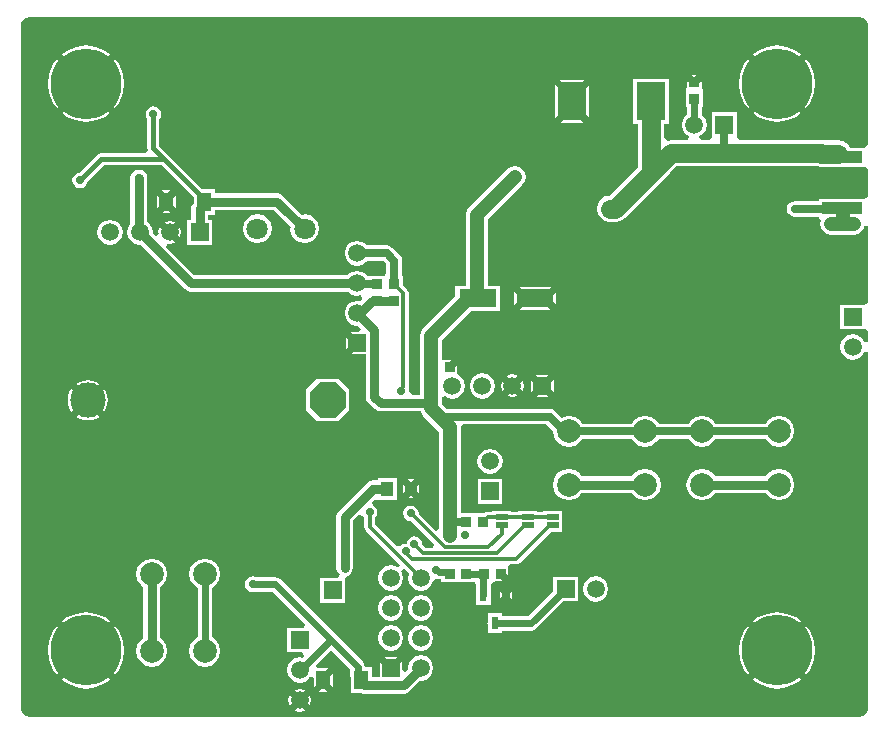
<source format=gbl>
G04*
G04 #@! TF.GenerationSoftware,Altium Limited,Altium Designer,20.0.10 (225)*
G04*
G04 Layer_Physical_Order=2*
G04 Layer_Color=11367680*
%FSLAX44Y44*%
%MOMM*%
G71*
G01*
G75*
%ADD45R,0.8500X0.8500*%
%ADD46R,0.8500X0.8500*%
%ADD57R,0.6000X1.1000*%
%ADD64R,3.1500X1.6000*%
%ADD66C,0.6000*%
%ADD67C,0.3000*%
%ADD68C,0.7000*%
%ADD69C,0.8000*%
%ADD71C,1.2000*%
%ADD73C,0.4000*%
%ADD74C,1.6000*%
%ADD75R,1.5000X1.5000*%
%ADD76C,1.5000*%
%ADD77R,1.5000X1.5000*%
%ADD78C,6.0000*%
%ADD79C,2.0000*%
%ADD80C,1.8000*%
%ADD81C,3.0000*%
%ADD82P,3.2472X8X202.5*%
%ADD83C,0.7000*%
%ADD84R,1.2000X1.6000*%
%ADD85R,1.0000X1.2500*%
%ADD86R,2.4500X3.2000*%
%ADD87R,3.3500X1.0000*%
%ADD88R,1.0000X0.5000*%
G36*
X715000Y595812D02*
X717224Y595369D01*
X719109Y594109D01*
X720369Y592224D01*
X720812Y590000D01*
X720922D01*
Y487750D01*
X717922Y485750D01*
X705889D01*
X703931Y488680D01*
X700292Y491112D01*
X696000Y491965D01*
X682328D01*
X681071Y492215D01*
X611627D01*
X609900Y494500D01*
Y515500D01*
X588900D01*
Y494500D01*
X587173Y492215D01*
X579516D01*
X578219Y494993D01*
X578256Y495215D01*
X581570Y497430D01*
X583891Y500903D01*
X584706Y505000D01*
X583891Y509097D01*
X581570Y512570D01*
X580118Y513541D01*
Y519750D01*
X581250D01*
Y532164D01*
X581250Y534250D01*
X580250Y536836D01*
Y543008D01*
X576121Y538879D01*
X574000Y541000D01*
X571879Y538879D01*
X567750Y543007D01*
Y536836D01*
X566750Y534250D01*
X566750Y532164D01*
Y519750D01*
X567882D01*
Y513541D01*
X566430Y512570D01*
X564109Y509097D01*
X563294Y505000D01*
X564109Y500903D01*
X566430Y497430D01*
X569744Y495215D01*
X569781Y494993D01*
X568484Y492215D01*
X554000D01*
X551716Y491761D01*
X548716Y494032D01*
Y506000D01*
X552750D01*
Y544000D01*
X522250D01*
Y506000D01*
X526284D01*
Y469146D01*
X502194Y445055D01*
X498708Y444362D01*
X495070Y441931D01*
X492638Y438292D01*
X491785Y434000D01*
X492638Y429708D01*
X495070Y426069D01*
X498708Y423638D01*
X503000Y422785D01*
X507000D01*
X511292Y423638D01*
X514930Y426069D01*
X553420Y464559D01*
X558646Y469785D01*
X679250D01*
Y469750D01*
X680238D01*
X681321Y469534D01*
X696000D01*
X697083Y469750D01*
X717922D01*
X718750Y469750D01*
X720922Y467750D01*
Y444250D01*
X717922Y442250D01*
X679250D01*
Y440627D01*
X659000D01*
X656464Y440123D01*
X654314Y438686D01*
X652877Y436536D01*
X652373Y434000D01*
X652877Y431464D01*
X654314Y429314D01*
X656464Y427877D01*
X659000Y427373D01*
X679250D01*
Y426250D01*
X679350D01*
X681271Y423250D01*
X680824Y421000D01*
X681522Y417488D01*
X683511Y414511D01*
X686488Y412522D01*
X690000Y411824D01*
X709000D01*
X712512Y412522D01*
X715489Y414511D01*
X717478Y417488D01*
X717922Y419720D01*
X720922Y419424D01*
Y354296D01*
X717922Y352900D01*
X697500D01*
Y331900D01*
X717922D01*
X718500Y331900D01*
X720922Y330504D01*
Y321237D01*
X717922Y320942D01*
X717891Y321097D01*
X715570Y324570D01*
X712097Y326891D01*
X708000Y327706D01*
X703903Y326891D01*
X700430Y324570D01*
X698109Y321097D01*
X697294Y317000D01*
X698109Y312903D01*
X700430Y309430D01*
X703903Y307109D01*
X708000Y306294D01*
X712097Y307109D01*
X715570Y309430D01*
X717891Y312903D01*
X717922Y313058D01*
X720922Y312763D01*
X720922Y10000D01*
X720812D01*
X720369Y7776D01*
X719109Y5890D01*
X717224Y4631D01*
X715000Y4188D01*
Y4078D01*
X10000D01*
Y4188D01*
X7776Y4631D01*
X5890Y5890D01*
X4631Y7776D01*
X4188Y10000D01*
X4078D01*
X4078Y587000D01*
X4188Y590000D01*
Y590000D01*
X4941Y592688D01*
X5890Y594109D01*
X7776Y595369D01*
X10000Y595812D01*
Y595922D01*
X715000D01*
Y595812D01*
D02*
G37*
%LPC*%
G36*
X576007Y547250D02*
X571992D01*
X574000Y545243D01*
X576007Y547250D01*
D02*
G37*
G36*
X644000Y572276D02*
X635646Y571176D01*
X627862Y567952D01*
X623578Y564665D01*
X644000Y544243D01*
X664422Y564665D01*
X660138Y567952D01*
X652354Y571176D01*
X644000Y572276D01*
D02*
G37*
G36*
X59000D02*
X50646Y571176D01*
X42862Y567952D01*
X38578Y564665D01*
X59000Y544243D01*
X79422Y564665D01*
X75138Y567952D01*
X67354Y571176D01*
X59000Y572276D01*
D02*
G37*
G36*
X480508Y543000D02*
X460493D01*
X470500Y532993D01*
X480508Y543000D01*
D02*
G37*
G36*
X668665Y560422D02*
X648243Y540000D01*
X668665Y519578D01*
X671952Y523862D01*
X675176Y531646D01*
X676276Y540000D01*
X675176Y548354D01*
X671952Y556138D01*
X668665Y560422D01*
D02*
G37*
G36*
X83665D02*
X63243Y540000D01*
X83665Y519578D01*
X86952Y523862D01*
X90176Y531646D01*
X91276Y540000D01*
X90176Y548354D01*
X86952Y556138D01*
X83665Y560422D01*
D02*
G37*
G36*
X619335D02*
X616048Y556138D01*
X612824Y548354D01*
X611724Y540000D01*
X612824Y531646D01*
X616048Y523862D01*
X619335Y519578D01*
X639757Y540000D01*
X619335Y560422D01*
D02*
G37*
G36*
X34335D02*
X31048Y556138D01*
X27824Y548354D01*
X26724Y540000D01*
X27824Y531646D01*
X31048Y523862D01*
X34335Y519578D01*
X54757Y540000D01*
X34335Y560422D01*
D02*
G37*
G36*
X456250Y538757D02*
Y511242D01*
X468379Y523371D01*
X470500Y521250D01*
X472621Y523371D01*
X484750Y511243D01*
Y538757D01*
X472621Y526629D01*
X470500Y528750D01*
X468379Y526629D01*
X456250Y538757D01*
D02*
G37*
G36*
X644000Y535757D02*
X623578Y515335D01*
X627862Y512048D01*
X635646Y508824D01*
X644000Y507724D01*
X652354Y508824D01*
X660138Y512048D01*
X664422Y515335D01*
X644000Y535757D01*
D02*
G37*
G36*
X59000D02*
X38578Y515335D01*
X42862Y512048D01*
X50646Y508824D01*
X59000Y507724D01*
X67354Y508824D01*
X75138Y512048D01*
X79422Y515335D01*
X59000Y535757D01*
D02*
G37*
G36*
X470500Y517007D02*
X460493Y507000D01*
X480507D01*
X470500Y517007D01*
D02*
G37*
G36*
X130758Y450000D02*
X123243D01*
X127000Y446243D01*
X130758Y450000D01*
D02*
G37*
G36*
X127000Y442000D02*
X125000Y440000D01*
X127000Y438000D01*
X129000Y440000D01*
X127000Y442000D01*
D02*
G37*
G36*
X135000Y445757D02*
X129243Y440000D01*
X135000Y434243D01*
Y445757D01*
D02*
G37*
G36*
X119000Y445757D02*
Y434243D01*
X124757Y440000D01*
X119000Y445757D01*
D02*
G37*
G36*
X127000Y433757D02*
X123243Y430000D01*
X130757D01*
X127000Y433757D01*
D02*
G37*
G36*
X130000Y423686D02*
X126293Y422949D01*
X125694Y422548D01*
X130000Y418242D01*
X134306Y422548D01*
X133707Y422949D01*
X130000Y423686D01*
D02*
G37*
G36*
X138548Y418306D02*
X134243Y414000D01*
X138548Y409694D01*
X138949Y410293D01*
X139686Y414000D01*
X138949Y417707D01*
X138548Y418306D01*
D02*
G37*
G36*
X116000Y520627D02*
X113464Y520123D01*
X111314Y518686D01*
X109877Y516536D01*
X109373Y514000D01*
X109877Y511464D01*
X110902Y509930D01*
Y485000D01*
X111081Y484098D01*
X109551Y481576D01*
X108986Y481098D01*
X72000D01*
X70049Y480710D01*
X68395Y479605D01*
X53273Y464483D01*
X51464Y464123D01*
X49314Y462686D01*
X47877Y460536D01*
X47373Y458000D01*
X47877Y455464D01*
X49314Y453314D01*
X51464Y451877D01*
X54000Y451373D01*
X56536Y451877D01*
X58686Y453314D01*
X60123Y455464D01*
X60483Y457273D01*
X74112Y470902D01*
X122888D01*
X150000Y443790D01*
Y438918D01*
X148806Y437131D01*
X148263Y434400D01*
Y424500D01*
X144900D01*
Y403500D01*
X165900D01*
Y424500D01*
X162537D01*
Y429000D01*
X168000D01*
Y432863D01*
X218044D01*
X232120Y418786D01*
X231765Y417000D01*
X232696Y412318D01*
X235348Y408349D01*
X239318Y405696D01*
X244000Y404765D01*
X248682Y405696D01*
X252652Y408349D01*
X255304Y412318D01*
X256235Y417000D01*
X255304Y421682D01*
X252652Y425652D01*
X248682Y428304D01*
X244000Y429235D01*
X242214Y428880D01*
X226047Y445047D01*
X223731Y446594D01*
X221000Y447137D01*
X168000D01*
Y451000D01*
X157210D01*
X128605Y479605D01*
X121098Y487112D01*
Y509930D01*
X122123Y511464D01*
X122627Y514000D01*
X122123Y516536D01*
X120686Y518686D01*
X118536Y520123D01*
X116000Y520627D01*
D02*
G37*
G36*
X204000Y429235D02*
X199318Y428304D01*
X195348Y425652D01*
X192696Y421682D01*
X191765Y417000D01*
X192696Y412318D01*
X195348Y408349D01*
X199318Y405696D01*
X204000Y404765D01*
X208682Y405696D01*
X212652Y408349D01*
X215304Y412318D01*
X216235Y417000D01*
X215304Y421682D01*
X212652Y425652D01*
X208682Y428304D01*
X204000Y429235D01*
D02*
G37*
G36*
X79200Y424706D02*
X75103Y423891D01*
X71630Y421570D01*
X69309Y418097D01*
X68494Y414000D01*
X69309Y409903D01*
X71630Y406430D01*
X75103Y404109D01*
X79200Y403294D01*
X83297Y404109D01*
X86770Y406430D01*
X89091Y409903D01*
X89906Y414000D01*
X89091Y418097D01*
X86770Y421570D01*
X83297Y423891D01*
X79200Y424706D01*
D02*
G37*
G36*
X457250Y363757D02*
X451493Y358000D01*
X457250Y352243D01*
Y363757D01*
D02*
G37*
G36*
X421750Y363757D02*
Y352243D01*
X427507Y358000D01*
X421750Y363757D01*
D02*
G37*
G36*
X453007Y368000D02*
X425993D01*
X433871Y360121D01*
X431750Y358000D01*
X433871Y355879D01*
X425993Y348000D01*
X453007D01*
X445129Y355879D01*
X447250Y358000D01*
X445129Y360121D01*
X453007Y368000D01*
D02*
G37*
G36*
X279140Y325345D02*
Y314831D01*
X284397Y320088D01*
X279140Y325345D01*
D02*
G37*
G36*
X450658Y293500D02*
X440143D01*
X445400Y288243D01*
X450658Y293500D01*
D02*
G37*
G36*
X420000Y293686D02*
X416293Y292949D01*
X415694Y292549D01*
X420000Y288243D01*
X424306Y292548D01*
X423707Y292949D01*
X420000Y293686D01*
D02*
G37*
G36*
X428549Y288306D02*
X424243Y284000D01*
X428548Y279694D01*
X428949Y280293D01*
X429686Y284000D01*
X428949Y287707D01*
X428549Y288306D01*
D02*
G37*
G36*
X411451Y288306D02*
X411051Y287707D01*
X410314Y284000D01*
X411051Y280293D01*
X411452Y279694D01*
X415757Y284000D01*
X411451Y288306D01*
D02*
G37*
G36*
X454900Y289257D02*
X449643Y284000D01*
X454900Y278743D01*
Y289257D01*
D02*
G37*
G36*
X435900Y289257D02*
Y278743D01*
X441157Y284000D01*
X435900Y289257D01*
D02*
G37*
G36*
X422000Y470176D02*
X418488Y469478D01*
X415511Y467489D01*
X383511Y435489D01*
X381522Y432512D01*
X380824Y429000D01*
Y371000D01*
Y369000D01*
X371750D01*
Y359977D01*
X344511Y332739D01*
X342522Y329762D01*
X341824Y326250D01*
Y276637D01*
X334904D01*
X332555Y279637D01*
X332627Y280000D01*
X332201Y282143D01*
X332338Y282832D01*
Y362250D01*
X331989Y364006D01*
X330994Y365494D01*
X327250Y369239D01*
Y377250D01*
X326627D01*
Y390000D01*
X326123Y392536D01*
X324686Y394686D01*
X318398Y400974D01*
X316248Y402411D01*
X313712Y402915D01*
X296840D01*
X296210Y403858D01*
X292737Y406179D01*
X288640Y406994D01*
X284543Y406179D01*
X281070Y403858D01*
X278749Y400385D01*
X277934Y396288D01*
X278749Y392191D01*
X281070Y388718D01*
X284543Y386397D01*
X288640Y385582D01*
X292737Y386397D01*
X296210Y388718D01*
X296840Y389661D01*
X310967D01*
X313373Y387255D01*
Y379785D01*
X312250Y377250D01*
X297750D01*
X296210Y378458D01*
X292737Y380779D01*
X288640Y381594D01*
X284543Y380779D01*
X281070Y378458D01*
X280781Y378025D01*
X150668D01*
X126802Y401891D01*
X128280Y404656D01*
X130000Y404314D01*
X133707Y405051D01*
X134306Y405452D01*
X127879Y411879D01*
X130000Y414000D01*
D01*
X127879Y411879D01*
X121452Y418306D01*
X121051Y417707D01*
X120314Y414000D01*
X120656Y412280D01*
X117891Y410802D01*
X115204Y413489D01*
X115306Y414000D01*
X114491Y418097D01*
X112170Y421570D01*
X110887Y422427D01*
Y460000D01*
X110344Y462731D01*
X108797Y465047D01*
X106481Y466594D01*
X103750Y467137D01*
X101019Y466594D01*
X98703Y465047D01*
X97156Y462731D01*
X96613Y460000D01*
Y420946D01*
X94709Y418097D01*
X93894Y414000D01*
X94709Y409903D01*
X97030Y406430D01*
X100503Y404109D01*
X104600Y403294D01*
X105111Y403396D01*
X142665Y365841D01*
X144981Y364294D01*
X147712Y363751D01*
X280781D01*
X281070Y363318D01*
X284543Y360997D01*
X288640Y360182D01*
X291452Y360742D01*
X292930Y357977D01*
X290731Y355778D01*
X288640Y356194D01*
X284543Y355379D01*
X281070Y353058D01*
X278749Y349585D01*
X277934Y345488D01*
X278749Y341391D01*
X281070Y337918D01*
X284543Y335597D01*
X288640Y334782D01*
X289151Y334884D01*
X291675Y332360D01*
X290527Y329588D01*
X283383D01*
X290761Y322209D01*
X288640Y320088D01*
X290761Y317967D01*
X283383Y310588D01*
X296003D01*
Y275704D01*
X295863Y275000D01*
X296406Y272269D01*
X297953Y269953D01*
X303453Y264453D01*
X305769Y262906D01*
X308500Y262363D01*
X342348D01*
X342522Y261488D01*
X344511Y258511D01*
X357824Y245199D01*
Y170000D01*
Y162585D01*
X355052Y161437D01*
X340604Y175884D01*
X340627Y176000D01*
X340123Y178536D01*
X338686Y180686D01*
X336536Y182123D01*
X334000Y182627D01*
X331464Y182123D01*
X329314Y180686D01*
X327877Y178536D01*
X327373Y176000D01*
X327877Y173464D01*
X329314Y171314D01*
X331464Y169877D01*
X334000Y169373D01*
X334116Y169396D01*
X353652Y149860D01*
X352504Y147088D01*
X346400D01*
X343582Y149907D01*
X343600Y150000D01*
X343096Y152536D01*
X341659Y154686D01*
X339509Y156123D01*
X336973Y156627D01*
X334437Y156123D01*
X332286Y154686D01*
X330850Y152536D01*
X330418Y150364D01*
X329850Y150477D01*
X327314Y149973D01*
X325163Y148536D01*
X325111Y148457D01*
X322125Y148163D01*
X303588Y166700D01*
Y172248D01*
X303686Y172314D01*
X305123Y174464D01*
X305627Y177000D01*
X305123Y179536D01*
X303686Y181686D01*
X302089Y182753D01*
X301397Y185104D01*
X301361Y185618D01*
X303592Y187876D01*
X306000Y187750D01*
Y187750D01*
X322000D01*
Y206250D01*
X306000D01*
Y204137D01*
X302000D01*
X299269Y203594D01*
X296953Y202047D01*
X272953Y178047D01*
X271406Y175731D01*
X270863Y173000D01*
Y130000D01*
X271406Y127269D01*
X272953Y124953D01*
X273632Y124500D01*
X272722Y121500D01*
X257500D01*
Y100500D01*
X278500D01*
Y119937D01*
X278500Y121500D01*
X280712Y123402D01*
X280731Y123406D01*
X283047Y124953D01*
X284594Y127269D01*
X285137Y130000D01*
Y170044D01*
X289775Y174682D01*
X290896Y174603D01*
X293247Y173911D01*
X294314Y172314D01*
X294412Y172248D01*
Y164800D01*
X294761Y163044D01*
X295756Y161556D01*
X325062Y132249D01*
X323149Y129919D01*
X321097Y131291D01*
X317000Y132106D01*
X312903Y131291D01*
X309430Y128970D01*
X307109Y125497D01*
X306294Y121400D01*
X307109Y117303D01*
X309430Y113830D01*
X312903Y111509D01*
X317000Y110694D01*
X321097Y111509D01*
X324570Y113830D01*
X326891Y117303D01*
X327706Y121400D01*
X326891Y125497D01*
X325519Y127549D01*
X327850Y129462D01*
X332394Y124917D01*
X331694Y121400D01*
X332509Y117303D01*
X334830Y113830D01*
X338303Y111509D01*
X342400Y110694D01*
X346497Y111509D01*
X349970Y113830D01*
X352291Y117303D01*
X352575Y118730D01*
X354411Y120183D01*
X355180Y120598D01*
X357521Y120133D01*
X359750D01*
Y117750D01*
X388250D01*
X389383Y115219D01*
Y107000D01*
X389500Y106409D01*
Y98500D01*
X401500D01*
Y106409D01*
X401618Y107000D01*
Y115211D01*
X403250Y117750D01*
X405836Y118750D01*
X412007D01*
X407879Y122879D01*
X412121Y127121D01*
X416250Y122992D01*
Y129912D01*
X416250Y131250D01*
X418562Y132912D01*
X423000D01*
X424756Y133261D01*
X426244Y134256D01*
X452489Y160500D01*
X462000D01*
Y167500D01*
Y178500D01*
X446000D01*
Y177588D01*
X441000D01*
Y178500D01*
X425000D01*
Y177588D01*
X419000D01*
Y178500D01*
X403000D01*
Y177588D01*
X399000D01*
X397244Y177239D01*
X395764Y176250D01*
X376176D01*
Y249000D01*
X376166Y249054D01*
X378069Y251373D01*
X448737D01*
X454306Y245804D01*
X454245Y245500D01*
X455254Y240428D01*
X458128Y236127D01*
X462428Y233254D01*
X467500Y232245D01*
X472572Y233254D01*
X476872Y236127D01*
X478707Y238873D01*
X521293D01*
X523128Y236127D01*
X527428Y233254D01*
X532500Y232245D01*
X537572Y233254D01*
X541872Y236127D01*
X543707Y238873D01*
X569293D01*
X571128Y236127D01*
X575428Y233254D01*
X580500Y232245D01*
X585572Y233254D01*
X589873Y236127D01*
X591707Y238873D01*
X634293D01*
X636128Y236127D01*
X640428Y233254D01*
X645500Y232245D01*
X650572Y233254D01*
X654873Y236127D01*
X657746Y240428D01*
X658755Y245500D01*
X657746Y250572D01*
X654873Y254872D01*
X650572Y257746D01*
X645500Y258755D01*
X640428Y257746D01*
X636128Y254872D01*
X634293Y252127D01*
X591707D01*
X589873Y254872D01*
X585572Y257746D01*
X580500Y258755D01*
X575428Y257746D01*
X571128Y254872D01*
X569293Y252127D01*
X543707D01*
X541872Y254872D01*
X537572Y257746D01*
X532500Y258755D01*
X527428Y257746D01*
X523128Y254872D01*
X521293Y252127D01*
X478707D01*
X476872Y254872D01*
X472572Y257746D01*
X467500Y258755D01*
X462428Y257746D01*
X461637Y257218D01*
X456169Y262686D01*
X454019Y264123D01*
X451482Y264627D01*
X364350D01*
X360176Y268801D01*
Y273793D01*
X360585Y274190D01*
X363176Y275397D01*
X365103Y274109D01*
X369200Y273294D01*
X373297Y274109D01*
X376770Y276430D01*
X379091Y279903D01*
X379906Y284000D01*
X379091Y288097D01*
X376770Y291570D01*
X373297Y293891D01*
X373250Y293900D01*
Y302008D01*
X369121Y297879D01*
X364879Y302121D01*
X369007Y306250D01*
X360750D01*
X360176Y309012D01*
Y322449D01*
X384727Y347000D01*
X409250D01*
Y369000D01*
X399176D01*
Y371000D01*
Y425199D01*
X428489Y454511D01*
X430478Y457488D01*
X431176Y461000D01*
X430478Y464512D01*
X428489Y467489D01*
X425512Y469478D01*
X422000Y470176D01*
D02*
G37*
G36*
X60485Y289147D02*
X56047Y288562D01*
X51912Y286849D01*
X50761Y285966D01*
X60485Y276243D01*
X70209Y285967D01*
X69058Y286849D01*
X64923Y288562D01*
X60485Y289147D01*
D02*
G37*
G36*
X445400Y279757D02*
X440143Y274500D01*
X450657D01*
X445400Y279757D01*
D02*
G37*
G36*
X420000D02*
X415694Y275452D01*
X416293Y275051D01*
X420000Y274314D01*
X423707Y275051D01*
X424306Y275452D01*
X420000Y279757D01*
D02*
G37*
G36*
X394600Y294706D02*
X390503Y293891D01*
X387030Y291570D01*
X384709Y288097D01*
X383894Y284000D01*
X384709Y279903D01*
X387030Y276430D01*
X390503Y274109D01*
X394600Y273294D01*
X398697Y274109D01*
X402170Y276430D01*
X404491Y279903D01*
X405306Y284000D01*
X404491Y288097D01*
X402170Y291570D01*
X398697Y293891D01*
X394600Y294706D01*
D02*
G37*
G36*
X46518Y281724D02*
X45635Y280573D01*
X43923Y276438D01*
X43338Y272000D01*
X43923Y267562D01*
X45635Y263427D01*
X46518Y262276D01*
X56242Y272000D01*
X46518Y281724D01*
D02*
G37*
G36*
X74451Y281724D02*
X64728Y272000D01*
X74451Y262276D01*
X75334Y263427D01*
X77047Y267562D01*
X77632Y272000D01*
X77047Y276438D01*
X75334Y280573D01*
X74451Y281724D01*
D02*
G37*
G36*
X60485Y267757D02*
X50761Y258034D01*
X51912Y257150D01*
X56047Y255438D01*
X60485Y254853D01*
X64923Y255438D01*
X69058Y257150D01*
X70209Y258033D01*
X60485Y267757D01*
D02*
G37*
G36*
X272515Y290000D02*
X254515D01*
X245515Y281000D01*
Y263000D01*
X254515Y254000D01*
X272515D01*
X281515Y263000D01*
Y281000D01*
X272515Y290000D01*
D02*
G37*
G36*
X401000Y230706D02*
X396903Y229891D01*
X393430Y227570D01*
X391109Y224097D01*
X390294Y220000D01*
X391109Y215903D01*
X393430Y212430D01*
X396903Y210109D01*
X401000Y209294D01*
X405097Y210109D01*
X408570Y212430D01*
X410891Y215903D01*
X411706Y220000D01*
X410891Y224097D01*
X408570Y227570D01*
X405097Y229891D01*
X401000Y230706D01*
D02*
G37*
G36*
X645500Y213755D02*
X640428Y212746D01*
X636128Y209872D01*
X634634Y207637D01*
X591366D01*
X589873Y209872D01*
X585572Y212746D01*
X580500Y213755D01*
X575428Y212746D01*
X571128Y209872D01*
X568254Y205572D01*
X567245Y200500D01*
X568254Y195428D01*
X571128Y191127D01*
X575428Y188254D01*
X580500Y187245D01*
X585572Y188254D01*
X589873Y191127D01*
X591366Y193363D01*
X634634D01*
X636128Y191127D01*
X640428Y188254D01*
X645500Y187245D01*
X650572Y188254D01*
X654873Y191127D01*
X657746Y195428D01*
X658755Y200500D01*
X657746Y205572D01*
X654873Y209872D01*
X650572Y212746D01*
X645500Y213755D01*
D02*
G37*
G36*
X532500D02*
X527428Y212746D01*
X523128Y209872D01*
X521634Y207637D01*
X478366D01*
X476872Y209872D01*
X472572Y212746D01*
X467500Y213755D01*
X462428Y212746D01*
X458128Y209872D01*
X455254Y205572D01*
X454245Y200500D01*
X455254Y195428D01*
X458128Y191127D01*
X462428Y188254D01*
X467500Y187245D01*
X472572Y188254D01*
X476872Y191127D01*
X478366Y193363D01*
X521634D01*
X523128Y191127D01*
X527428Y188254D01*
X532500Y187245D01*
X537572Y188254D01*
X541872Y191127D01*
X544746Y195428D01*
X545755Y200500D01*
X544746Y205572D01*
X541872Y209872D01*
X537572Y212746D01*
X532500Y213755D01*
D02*
G37*
G36*
X336757Y205250D02*
X331243D01*
X334000Y202493D01*
X336757Y205250D01*
D02*
G37*
G36*
X334000Y198250D02*
X332750Y197000D01*
X334000Y195750D01*
X335250Y197000D01*
X334000Y198250D01*
D02*
G37*
G36*
X327000Y201007D02*
Y192993D01*
X331007Y197000D01*
X327000Y201007D01*
D02*
G37*
G36*
X341000Y201007D02*
X336993Y197000D01*
X341000Y192993D01*
Y201007D01*
D02*
G37*
G36*
X334000Y191507D02*
X331243Y188750D01*
X336757D01*
X334000Y191507D01*
D02*
G37*
G36*
X411500Y205100D02*
X390500D01*
Y184100D01*
X411500D01*
Y205100D01*
D02*
G37*
G36*
X415257Y114500D02*
X413743D01*
X414500Y113743D01*
X415257Y114500D01*
D02*
G37*
G36*
X419500Y110257D02*
X416621Y107379D01*
X414500Y109500D01*
X412379Y107379D01*
X409500Y110257D01*
Y103743D01*
X412379Y106621D01*
X414500Y104500D01*
X416621Y106621D01*
X419500Y103743D01*
Y110257D01*
D02*
G37*
G36*
X490400Y122706D02*
X486303Y121891D01*
X482830Y119570D01*
X480509Y116097D01*
X479694Y112000D01*
X480509Y107903D01*
X482830Y104430D01*
X486303Y102109D01*
X490400Y101294D01*
X494497Y102109D01*
X497970Y104430D01*
X500291Y107903D01*
X501106Y112000D01*
X500291Y116097D01*
X497970Y119570D01*
X494497Y121891D01*
X490400Y122706D01*
D02*
G37*
G36*
X414500Y100257D02*
X413743Y99500D01*
X415257D01*
X414500Y100257D01*
D02*
G37*
G36*
X475500Y122500D02*
X454500D01*
Y110152D01*
X433466Y89117D01*
X411000D01*
Y91500D01*
X399000D01*
Y83591D01*
X398882Y83000D01*
X399000Y82409D01*
Y74500D01*
X411000D01*
Y76882D01*
X436000D01*
X438341Y77348D01*
X440326Y78674D01*
X463152Y101500D01*
X475500D01*
Y122500D01*
D02*
G37*
G36*
X342400Y106706D02*
X338303Y105891D01*
X334830Y103570D01*
X332509Y100097D01*
X331694Y96000D01*
X332509Y91903D01*
X334830Y88430D01*
X338303Y86109D01*
X342400Y85294D01*
X346497Y86109D01*
X349970Y88430D01*
X352291Y91903D01*
X353106Y96000D01*
X352291Y100097D01*
X349970Y103570D01*
X346497Y105891D01*
X342400Y106706D01*
D02*
G37*
G36*
X317000D02*
X312903Y105891D01*
X309430Y103570D01*
X307109Y100097D01*
X306294Y96000D01*
X307109Y91903D01*
X309430Y88430D01*
X312903Y86109D01*
X317000Y85294D01*
X321097Y86109D01*
X324570Y88430D01*
X326891Y91903D01*
X327706Y96000D01*
X326891Y100097D01*
X324570Y103570D01*
X321097Y105891D01*
X317000Y106706D01*
D02*
G37*
G36*
X644000Y92276D02*
X635646Y91176D01*
X627862Y87952D01*
X623578Y84665D01*
X644000Y64243D01*
X664422Y84665D01*
X660138Y87952D01*
X652354Y91176D01*
X644000Y92276D01*
D02*
G37*
G36*
X59000D02*
X50646Y91176D01*
X42862Y87952D01*
X38578Y84665D01*
X59000Y64243D01*
X79422Y84665D01*
X75138Y87952D01*
X67354Y91176D01*
X59000Y92276D01*
D02*
G37*
G36*
X342400Y81306D02*
X338303Y80491D01*
X334830Y78170D01*
X332509Y74697D01*
X331694Y70600D01*
X332509Y66503D01*
X334830Y63030D01*
X338303Y60709D01*
X342400Y59894D01*
X346497Y60709D01*
X349970Y63030D01*
X352291Y66503D01*
X353106Y70600D01*
X352291Y74697D01*
X349970Y78170D01*
X346497Y80491D01*
X342400Y81306D01*
D02*
G37*
G36*
X317000D02*
X312903Y80491D01*
X309430Y78170D01*
X307109Y74697D01*
X306294Y70600D01*
X307109Y66503D01*
X309430Y63030D01*
X312903Y60709D01*
X317000Y59894D01*
X321097Y60709D01*
X324570Y63030D01*
X326891Y66503D01*
X327706Y70600D01*
X326891Y74697D01*
X324570Y78170D01*
X321097Y80491D01*
X317000Y81306D01*
D02*
G37*
G36*
X322257Y54700D02*
X311743D01*
X317000Y49443D01*
X322257Y54700D01*
D02*
G37*
G36*
X159500Y137755D02*
X154428Y136746D01*
X150127Y133872D01*
X147254Y129572D01*
X146245Y124500D01*
X147254Y119428D01*
X150127Y115127D01*
X153383Y112953D01*
Y71047D01*
X150127Y68872D01*
X147254Y64572D01*
X146245Y59500D01*
X147254Y54428D01*
X150127Y50128D01*
X154428Y47254D01*
X159500Y46245D01*
X164572Y47254D01*
X168873Y50128D01*
X171746Y54428D01*
X172755Y59500D01*
X171746Y64572D01*
X168873Y68872D01*
X165618Y71047D01*
Y112953D01*
X168873Y115127D01*
X171746Y119428D01*
X172755Y124500D01*
X171746Y129572D01*
X168873Y133872D01*
X164572Y136746D01*
X159500Y137755D01*
D02*
G37*
G36*
X114500D02*
X109428Y136746D01*
X105127Y133872D01*
X102254Y129572D01*
X101245Y124500D01*
X102254Y119428D01*
X105127Y115127D01*
X107363Y113634D01*
Y70366D01*
X105127Y68872D01*
X102254Y64572D01*
X101245Y59500D01*
X102254Y54428D01*
X105127Y50128D01*
X109428Y47254D01*
X114500Y46245D01*
X119572Y47254D01*
X123872Y50128D01*
X126746Y54428D01*
X127755Y59500D01*
X126746Y64572D01*
X123872Y68872D01*
X121637Y70366D01*
Y113634D01*
X123872Y115127D01*
X126746Y119428D01*
X127755Y124500D01*
X126746Y129572D01*
X123872Y133872D01*
X119572Y136746D01*
X114500Y137755D01*
D02*
G37*
G36*
X83665Y80422D02*
X63243Y60000D01*
X83665Y39578D01*
X86952Y43862D01*
X90176Y51646D01*
X91276Y60000D01*
X90176Y68354D01*
X86952Y76138D01*
X83665Y80422D01*
D02*
G37*
G36*
X668665D02*
X648243Y60000D01*
X668665Y39578D01*
X671952Y43862D01*
X675176Y51646D01*
X676276Y60000D01*
X675176Y68354D01*
X671952Y76138D01*
X668665Y80422D01*
D02*
G37*
G36*
X34335D02*
X31048Y76138D01*
X27824Y68354D01*
X26724Y60000D01*
X27824Y51646D01*
X31048Y43862D01*
X34335Y39578D01*
X54757Y60000D01*
X34335Y80422D01*
D02*
G37*
G36*
X619335D02*
X616048Y76138D01*
X612824Y68354D01*
X611724Y60000D01*
X612824Y51646D01*
X616048Y43862D01*
X619335Y39578D01*
X639757Y60000D01*
X619335Y80422D01*
D02*
G37*
G36*
X200000Y122627D02*
X197464Y122123D01*
X195314Y120686D01*
X193877Y118536D01*
X193373Y116000D01*
X193877Y113464D01*
X195314Y111314D01*
X197464Y109877D01*
X200000Y109373D01*
X202536Y109877D01*
X202544Y109882D01*
X216866D01*
X244677Y82072D01*
X243529Y79300D01*
X229500D01*
Y58300D01*
X242265D01*
X243404Y55580D01*
X241723Y53763D01*
X240000Y54106D01*
X235903Y53291D01*
X232430Y50970D01*
X230109Y47497D01*
X229294Y43400D01*
X230109Y39303D01*
X232430Y35830D01*
X235903Y33509D01*
X240000Y32694D01*
X244097Y33509D01*
X247570Y35830D01*
X249000Y37970D01*
X252000Y37060D01*
Y29243D01*
X257879Y35121D01*
X260000Y33000D01*
X262000Y35000D01*
X257879Y39121D01*
X263757Y45000D01*
X254894D01*
X253652Y48000D01*
X266200Y60549D01*
X282882Y43866D01*
Y38000D01*
X283000Y37409D01*
Y24000D01*
X292102D01*
X294300Y23563D01*
X327900D01*
X330631Y24106D01*
X332947Y25653D01*
X341889Y34596D01*
X342400Y34494D01*
X346497Y35309D01*
X349970Y37630D01*
X352291Y41103D01*
X353106Y45200D01*
X352291Y49297D01*
X349970Y52770D01*
X346497Y55091D01*
X342400Y55906D01*
X338303Y55091D01*
X334830Y52770D01*
X332509Y49297D01*
X331694Y45200D01*
X331796Y44689D01*
X329272Y42165D01*
X326500Y43313D01*
Y50458D01*
X319121Y43079D01*
X317000Y45200D01*
X314879Y43079D01*
X307500Y50457D01*
Y37837D01*
X301000D01*
Y46000D01*
X295117D01*
Y46400D01*
X294652Y48741D01*
X293326Y50726D01*
X270526Y73526D01*
X270526Y73526D01*
X223726Y120326D01*
X221741Y121652D01*
X219400Y122118D01*
X202544D01*
X202536Y122123D01*
X200000Y122627D01*
D02*
G37*
G36*
X268000Y40757D02*
X262243Y35000D01*
X268000Y29243D01*
Y40757D01*
D02*
G37*
G36*
X644000Y55757D02*
X623578Y35335D01*
X627862Y32048D01*
X635646Y28824D01*
X644000Y27724D01*
X652354Y28824D01*
X660138Y32048D01*
X664422Y35335D01*
X644000Y55757D01*
D02*
G37*
G36*
X59000D02*
X38578Y35335D01*
X42862Y32048D01*
X50646Y28824D01*
X59000Y27724D01*
X67354Y28824D01*
X75138Y32048D01*
X79422Y35335D01*
X59000Y55757D01*
D02*
G37*
G36*
X260000Y28757D02*
X256243Y25000D01*
X263757D01*
X260000Y28757D01*
D02*
G37*
G36*
X240000Y27686D02*
X236293Y26949D01*
X235694Y26548D01*
X240000Y22243D01*
X244306Y26549D01*
X243707Y26949D01*
X240000Y27686D01*
D02*
G37*
G36*
X231451Y22306D02*
X231051Y21707D01*
X230314Y18000D01*
X231051Y14293D01*
X231451Y13694D01*
X235757Y18000D01*
X231451Y22306D01*
D02*
G37*
G36*
X248548Y22306D02*
X244243Y18000D01*
X248548Y13694D01*
X248949Y14293D01*
X249686Y18000D01*
X248949Y21707D01*
X248548Y22306D01*
D02*
G37*
G36*
X240000Y13757D02*
X235694Y9452D01*
X236293Y9051D01*
X240000Y8314D01*
X243707Y9051D01*
X244306Y9452D01*
X240000Y13757D01*
D02*
G37*
%LPD*%
D45*
X574000Y541000D02*
D03*
Y527000D02*
D03*
X305000Y370000D02*
D03*
Y356000D02*
D03*
X320000Y370000D02*
D03*
Y356000D02*
D03*
D46*
X367000Y300000D02*
D03*
X353000D02*
D03*
X410000Y125000D02*
D03*
X396000D02*
D03*
X367000D02*
D03*
X381000D02*
D03*
Y169000D02*
D03*
X395000D02*
D03*
D57*
X395500Y107000D02*
D03*
X414500D02*
D03*
X405000Y83000D02*
D03*
D64*
X390500Y358000D02*
D03*
X439500D02*
D03*
D66*
X574000Y505000D02*
X574000Y505000D01*
Y527000D01*
X574000Y527000D01*
X219400Y116000D02*
X266200Y69200D01*
X200000Y116000D02*
X219400D01*
X266200Y69200D02*
X289000Y46400D01*
X240000Y43400D02*
X240400D01*
X266200Y69200D01*
X289000Y38000D02*
Y46400D01*
Y38000D02*
X292000Y35000D01*
X381000Y125000D02*
X396000D01*
X365750Y126250D02*
X367000Y125000D01*
X357521Y126250D02*
X365750D01*
X355771Y128000D02*
X357521Y126250D01*
X355500Y128000D02*
X355771D01*
X436000Y83000D02*
X465000Y112000D01*
X405000Y83000D02*
X436000D01*
X159500Y59500D02*
Y124500D01*
X395500Y107000D02*
Y123500D01*
X396000Y124000D01*
X439500Y358000D02*
X447250D01*
D67*
X320000Y370000D02*
X327750Y362250D01*
Y282832D02*
Y362250D01*
X326000Y281082D02*
X327750Y282832D01*
X326000Y280000D02*
Y281082D01*
X288640Y396288D02*
X289928Y395000D01*
X399000Y173000D02*
X411000D01*
X395000Y169000D02*
X399000Y173000D01*
X334814Y137500D02*
X423000D01*
X344500Y142500D02*
X407000D01*
X337000Y150000D02*
X344500Y142500D01*
X336973Y150000D02*
X337000D01*
X329850Y142464D02*
X334814Y137500D01*
X329850Y142464D02*
Y143850D01*
X299000Y164800D02*
X342400Y121400D01*
X299000Y164800D02*
Y177000D01*
X451500Y166000D02*
X454000D01*
X423000Y137500D02*
X451500Y166000D01*
X411000Y165000D02*
X411000Y165000D01*
X430500Y166000D02*
X433000D01*
X411000Y159000D02*
Y165000D01*
X407000Y142500D02*
X430500Y166000D01*
X399500Y147500D02*
X411000Y159000D01*
X411000Y165000D02*
Y166000D01*
X362500Y147500D02*
X399500D01*
X334000Y176000D02*
X362500Y147500D01*
X411000Y173000D02*
X433000D01*
X454000D02*
X454000Y173000D01*
X433000Y173000D02*
X454000D01*
X340700Y121400D02*
X342400D01*
D68*
X599400Y482400D02*
Y505000D01*
X598000Y481000D02*
X599400Y482400D01*
X414500Y107000D02*
Y120500D01*
X410000Y125000D02*
X414500Y120500D01*
X361000Y256000D02*
X363000Y258000D01*
X463982Y245500D02*
X467500D01*
X451482Y258000D02*
X463982Y245500D01*
X363000Y258000D02*
X451482D01*
X320000Y370000D02*
Y390000D01*
X288640Y396288D02*
X313712D01*
X320000Y390000D01*
X304556Y370444D02*
X305000Y370000D01*
X289084Y370444D02*
X304556D01*
X288640Y370888D02*
X289084Y370444D01*
X370000Y169000D02*
X381000D01*
X367000Y170000D02*
X370000Y173000D01*
X580500Y245500D02*
X645500D01*
X532500D02*
X580500D01*
X467500D02*
X532500D01*
X659000Y434000D02*
X691000D01*
D69*
X327900Y30700D02*
X342400Y45200D01*
X294300Y30700D02*
X327900D01*
X292000Y33000D02*
X294300Y30700D01*
X292000Y33000D02*
Y35000D01*
X541490Y472490D02*
X545490D01*
X537500Y468500D02*
X541490Y472490D01*
X155400Y414000D02*
Y434400D01*
X159000Y438000D01*
Y440000D01*
X221000D02*
X244000Y417000D01*
X159000Y440000D02*
X221000D01*
X303140Y274860D02*
Y330988D01*
Y274860D02*
X308500Y269500D01*
X303000Y275000D02*
X303140Y274860D01*
X308500Y269500D02*
X346500D01*
X305000Y356000D02*
X320000D01*
X301046D02*
X305000D01*
X290534Y345488D02*
X301046Y356000D01*
X288640Y345488D02*
X290534D01*
X346500Y269500D02*
X351000Y274000D01*
X580500Y200500D02*
X645500D01*
X467500D02*
X532500D01*
X278000Y130000D02*
Y173000D01*
X302000Y197000D01*
X114500Y59500D02*
Y124500D01*
X288640Y345488D02*
X303140Y330988D01*
X103750Y414850D02*
Y460000D01*
Y414850D02*
X147712Y370888D01*
X288640D01*
X302000Y197000D02*
X314000D01*
D71*
X351000Y265000D02*
X367000Y249000D01*
X351000Y274000D02*
Y326250D01*
Y265000D02*
Y274000D01*
X367000Y170000D02*
Y249000D01*
Y158000D02*
Y170000D01*
Y157000D02*
Y158000D01*
X690000Y421000D02*
X709000D01*
X351000Y326250D02*
X382250Y357500D01*
X699500Y422000D02*
Y432000D01*
X390000Y371000D02*
Y429000D01*
X422000Y461000D01*
X390000Y358500D02*
Y371000D01*
Y358500D02*
X390500Y358000D01*
X382250Y357500D02*
X390000D01*
D73*
X125000Y476000D02*
X159000Y442000D01*
X116000Y485000D02*
X125000Y476000D01*
X54000Y458000D02*
X72000Y476000D01*
X125000D01*
X159000Y440000D02*
Y442000D01*
X116000Y485000D02*
Y514000D01*
D74*
X507000Y434000D02*
X545490Y472490D01*
X537500Y468500D02*
Y525000D01*
X598000Y481000D02*
X681071D01*
X681321Y480750D01*
X696000D01*
X563000Y481000D02*
X598000D01*
X554000D02*
X563000D01*
X545490Y472490D02*
X554000Y481000D01*
X503000Y434000D02*
X507000D01*
D75*
X268000Y111000D02*
D03*
X240000Y68800D02*
D03*
X708000Y342400D02*
D03*
X288640Y320088D02*
D03*
X401000Y194600D02*
D03*
X317000Y45200D02*
D03*
D76*
X240000Y43400D02*
D03*
Y18000D02*
D03*
X490400Y112000D02*
D03*
X574000Y505000D02*
D03*
X708000Y317000D02*
D03*
X369200Y284000D02*
D03*
X394600D02*
D03*
X420000D02*
D03*
X288640Y396288D02*
D03*
Y370888D02*
D03*
Y345488D02*
D03*
X401000Y220000D02*
D03*
X79200Y414000D02*
D03*
X104600D02*
D03*
X130000D02*
D03*
X342400Y121400D02*
D03*
X317000D02*
D03*
X342400Y96000D02*
D03*
X317000D02*
D03*
X342400Y70600D02*
D03*
X317000D02*
D03*
X342400Y45200D02*
D03*
D77*
X465000Y112000D02*
D03*
X599400Y505000D02*
D03*
X445400Y284000D02*
D03*
X155400Y414000D02*
D03*
D78*
X644000Y540000D02*
D03*
X59000D02*
D03*
X644000Y60000D02*
D03*
X59000D02*
D03*
D79*
X580500Y200500D02*
D03*
Y245500D02*
D03*
X645500Y200500D02*
D03*
Y245500D02*
D03*
X159500Y59500D02*
D03*
X114500D02*
D03*
X159500Y124500D02*
D03*
X114500D02*
D03*
X467500Y200500D02*
D03*
Y245500D02*
D03*
X532500Y200500D02*
D03*
Y245500D02*
D03*
D80*
X204000Y417000D02*
D03*
X244000D02*
D03*
D81*
X60485Y272000D02*
D03*
D82*
X263515D02*
D03*
D83*
X694000Y559000D02*
D03*
X707500Y532000D02*
D03*
X694000Y505000D02*
D03*
X707500Y370000D02*
D03*
X694000Y289000D02*
D03*
X707500Y262000D02*
D03*
X694000Y235000D02*
D03*
X707500Y208000D02*
D03*
X694000Y181000D02*
D03*
X707500Y154000D02*
D03*
X694000Y127000D02*
D03*
X707500Y100000D02*
D03*
X694000Y73000D02*
D03*
X707500Y46000D02*
D03*
X694000Y19000D02*
D03*
X680500Y532000D02*
D03*
X667000Y505000D02*
D03*
Y397000D02*
D03*
X680500Y370000D02*
D03*
X667000Y289000D02*
D03*
X680500Y262000D02*
D03*
X667000Y235000D02*
D03*
X680500Y208000D02*
D03*
X667000Y181000D02*
D03*
X680500Y154000D02*
D03*
X667000Y127000D02*
D03*
X680500Y100000D02*
D03*
Y46000D02*
D03*
X667000Y19000D02*
D03*
X640000Y397000D02*
D03*
X653500Y370000D02*
D03*
Y262000D02*
D03*
X640000Y181000D02*
D03*
X653500Y154000D02*
D03*
X640000Y127000D02*
D03*
X653500Y100000D02*
D03*
X640000Y19000D02*
D03*
X613000Y559000D02*
D03*
X626500Y370000D02*
D03*
X613000Y235000D02*
D03*
Y181000D02*
D03*
X626500Y154000D02*
D03*
X613000Y127000D02*
D03*
X626500Y100000D02*
D03*
X613000Y19000D02*
D03*
X586000Y559000D02*
D03*
X599500Y532000D02*
D03*
X586000Y181000D02*
D03*
X599500Y154000D02*
D03*
X586000Y127000D02*
D03*
X599500Y100000D02*
D03*
X586000Y73000D02*
D03*
X599500Y46000D02*
D03*
X586000Y19000D02*
D03*
X559000Y559000D02*
D03*
Y505000D02*
D03*
X572500Y154000D02*
D03*
X559000Y127000D02*
D03*
X572500Y100000D02*
D03*
X559000Y73000D02*
D03*
X572500Y46000D02*
D03*
X559000Y19000D02*
D03*
X532000Y559000D02*
D03*
Y289000D02*
D03*
X545500Y262000D02*
D03*
X532000Y181000D02*
D03*
X545500Y154000D02*
D03*
X532000Y127000D02*
D03*
X545500Y100000D02*
D03*
X532000Y73000D02*
D03*
X545500Y46000D02*
D03*
X532000Y19000D02*
D03*
X505000Y559000D02*
D03*
X518500Y532000D02*
D03*
X505000Y505000D02*
D03*
X518500Y478000D02*
D03*
X505000Y397000D02*
D03*
Y289000D02*
D03*
X518500Y262000D02*
D03*
X505000Y235000D02*
D03*
Y181000D02*
D03*
X518500Y154000D02*
D03*
X505000Y127000D02*
D03*
X518500Y100000D02*
D03*
X505000Y73000D02*
D03*
X518500Y46000D02*
D03*
X505000Y19000D02*
D03*
X478000Y559000D02*
D03*
X491500Y532000D02*
D03*
X478000Y397000D02*
D03*
Y289000D02*
D03*
X491500Y262000D02*
D03*
X478000Y181000D02*
D03*
X491500Y154000D02*
D03*
X478000Y127000D02*
D03*
Y73000D02*
D03*
X491500Y46000D02*
D03*
X478000Y19000D02*
D03*
X451000Y559000D02*
D03*
Y505000D02*
D03*
X464500Y424000D02*
D03*
X451000Y397000D02*
D03*
X464500Y370000D02*
D03*
Y262000D02*
D03*
X451000Y235000D02*
D03*
X464500Y154000D02*
D03*
X451000Y127000D02*
D03*
X464500Y46000D02*
D03*
X451000Y19000D02*
D03*
X424000Y559000D02*
D03*
X437500Y532000D02*
D03*
X424000Y505000D02*
D03*
X437500Y478000D02*
D03*
Y424000D02*
D03*
X424000Y397000D02*
D03*
Y343000D02*
D03*
Y235000D02*
D03*
X437500Y208000D02*
D03*
X424000Y127000D02*
D03*
X437500Y100000D02*
D03*
X424000Y19000D02*
D03*
X397000Y559000D02*
D03*
X410500Y532000D02*
D03*
X397000Y505000D02*
D03*
X410500Y478000D02*
D03*
Y424000D02*
D03*
X397000Y343000D02*
D03*
Y19000D02*
D03*
X370000Y559000D02*
D03*
X383500Y532000D02*
D03*
X370000Y505000D02*
D03*
X383500Y478000D02*
D03*
X370000Y451000D02*
D03*
Y397000D02*
D03*
Y19000D02*
D03*
X343000Y559000D02*
D03*
X356500Y532000D02*
D03*
X343000Y505000D02*
D03*
X356500Y478000D02*
D03*
X343000Y451000D02*
D03*
X356500Y424000D02*
D03*
X343000Y397000D02*
D03*
X356500Y370000D02*
D03*
X343000Y343000D02*
D03*
Y181000D02*
D03*
Y19000D02*
D03*
X316000Y559000D02*
D03*
X329500Y532000D02*
D03*
X316000Y505000D02*
D03*
X329500Y478000D02*
D03*
X316000Y451000D02*
D03*
X329500Y424000D02*
D03*
X316000Y181000D02*
D03*
Y19000D02*
D03*
X289000Y559000D02*
D03*
X302500Y532000D02*
D03*
X289000Y505000D02*
D03*
X302500Y478000D02*
D03*
X289000Y451000D02*
D03*
X302500Y424000D02*
D03*
Y208000D02*
D03*
X289000Y19000D02*
D03*
X262000Y559000D02*
D03*
X275500Y532000D02*
D03*
X262000Y505000D02*
D03*
X275500Y478000D02*
D03*
X262000Y451000D02*
D03*
Y397000D02*
D03*
Y343000D02*
D03*
X275500Y316000D02*
D03*
Y46000D02*
D03*
X262000Y19000D02*
D03*
X235000Y559000D02*
D03*
X248500Y532000D02*
D03*
X235000Y505000D02*
D03*
X248500Y478000D02*
D03*
X235000Y451000D02*
D03*
Y343000D02*
D03*
X248500Y316000D02*
D03*
X235000Y289000D02*
D03*
X208000Y559000D02*
D03*
X221500Y532000D02*
D03*
X208000Y505000D02*
D03*
X221500Y478000D02*
D03*
X208000Y451000D02*
D03*
X221500Y424000D02*
D03*
X208000Y397000D02*
D03*
Y343000D02*
D03*
Y289000D02*
D03*
Y19000D02*
D03*
X181000Y559000D02*
D03*
X194500Y532000D02*
D03*
X181000Y505000D02*
D03*
X194500Y478000D02*
D03*
X181000Y451000D02*
D03*
Y397000D02*
D03*
Y343000D02*
D03*
X194500Y316000D02*
D03*
X181000Y289000D02*
D03*
Y19000D02*
D03*
X154000Y559000D02*
D03*
X167500Y532000D02*
D03*
X154000Y505000D02*
D03*
X167500Y478000D02*
D03*
X154000Y397000D02*
D03*
Y343000D02*
D03*
X167500Y316000D02*
D03*
X154000Y289000D02*
D03*
Y19000D02*
D03*
X127000Y559000D02*
D03*
X140500Y532000D02*
D03*
Y478000D02*
D03*
Y424000D02*
D03*
X127000Y343000D02*
D03*
X140500Y316000D02*
D03*
X127000Y289000D02*
D03*
X140500Y262000D02*
D03*
Y100000D02*
D03*
X127000Y73000D02*
D03*
X140500Y46000D02*
D03*
X127000Y19000D02*
D03*
X100000Y559000D02*
D03*
X113500Y532000D02*
D03*
X100000Y397000D02*
D03*
X113500Y370000D02*
D03*
X100000Y343000D02*
D03*
X113500Y316000D02*
D03*
X100000Y289000D02*
D03*
X113500Y262000D02*
D03*
X100000Y235000D02*
D03*
Y73000D02*
D03*
Y19000D02*
D03*
X73000Y505000D02*
D03*
Y451000D02*
D03*
Y397000D02*
D03*
X86500Y370000D02*
D03*
X73000Y343000D02*
D03*
X86500Y316000D02*
D03*
X73000Y289000D02*
D03*
X86500Y262000D02*
D03*
X73000Y235000D02*
D03*
X86500Y208000D02*
D03*
X73000Y181000D02*
D03*
X86500Y100000D02*
D03*
X73000Y19000D02*
D03*
X46000Y505000D02*
D03*
Y451000D02*
D03*
X59500Y424000D02*
D03*
X46000Y397000D02*
D03*
X59500Y370000D02*
D03*
X46000Y343000D02*
D03*
X59500Y316000D02*
D03*
X46000Y289000D02*
D03*
Y235000D02*
D03*
X59500Y208000D02*
D03*
X46000Y181000D02*
D03*
X59500Y154000D02*
D03*
X46000Y127000D02*
D03*
X59500Y100000D02*
D03*
X46000Y19000D02*
D03*
X19000Y559000D02*
D03*
Y505000D02*
D03*
X32500Y478000D02*
D03*
X19000Y451000D02*
D03*
X32500Y424000D02*
D03*
X19000Y397000D02*
D03*
X32500Y370000D02*
D03*
X19000Y343000D02*
D03*
X32500Y316000D02*
D03*
X19000Y289000D02*
D03*
X32500Y262000D02*
D03*
X19000Y235000D02*
D03*
X32500Y208000D02*
D03*
X19000Y181000D02*
D03*
X32500Y154000D02*
D03*
X19000Y127000D02*
D03*
X32500Y100000D02*
D03*
X19000Y73000D02*
D03*
Y19000D02*
D03*
X563000Y481000D02*
D03*
X326000Y280000D02*
D03*
X380000Y158000D02*
D03*
X382000Y234000D02*
D03*
X361000Y255000D02*
D03*
X355500Y128000D02*
D03*
X329850Y143850D02*
D03*
X299000Y177000D02*
D03*
X278000Y130000D02*
D03*
X200000Y116000D02*
D03*
X303000Y275000D02*
D03*
X336973Y150000D02*
D03*
X503000Y434000D02*
D03*
X54000Y458000D02*
D03*
X116000Y514000D02*
D03*
X103750Y460000D02*
D03*
X309000Y223000D02*
D03*
X321000D02*
D03*
X332000D02*
D03*
X660000Y434000D02*
D03*
X343000Y223000D02*
D03*
X580000Y281000D02*
D03*
X552000D02*
D03*
X422000Y461000D02*
D03*
X390000Y371000D02*
D03*
X302000Y197000D02*
D03*
X334000Y176000D02*
D03*
X367000Y158000D02*
D03*
X346000Y197000D02*
D03*
D84*
X260000Y35000D02*
D03*
X292000D02*
D03*
X127000Y440000D02*
D03*
X159000D02*
D03*
D85*
X334000Y197000D02*
D03*
X314000D02*
D03*
D86*
X537500Y525000D02*
D03*
X470500D02*
D03*
D87*
X699000Y434250D02*
D03*
Y477750D02*
D03*
D88*
X433000Y173000D02*
D03*
Y166000D02*
D03*
X411000Y173000D02*
D03*
Y166000D02*
D03*
X454000Y173000D02*
D03*
Y166000D02*
D03*
M02*

</source>
